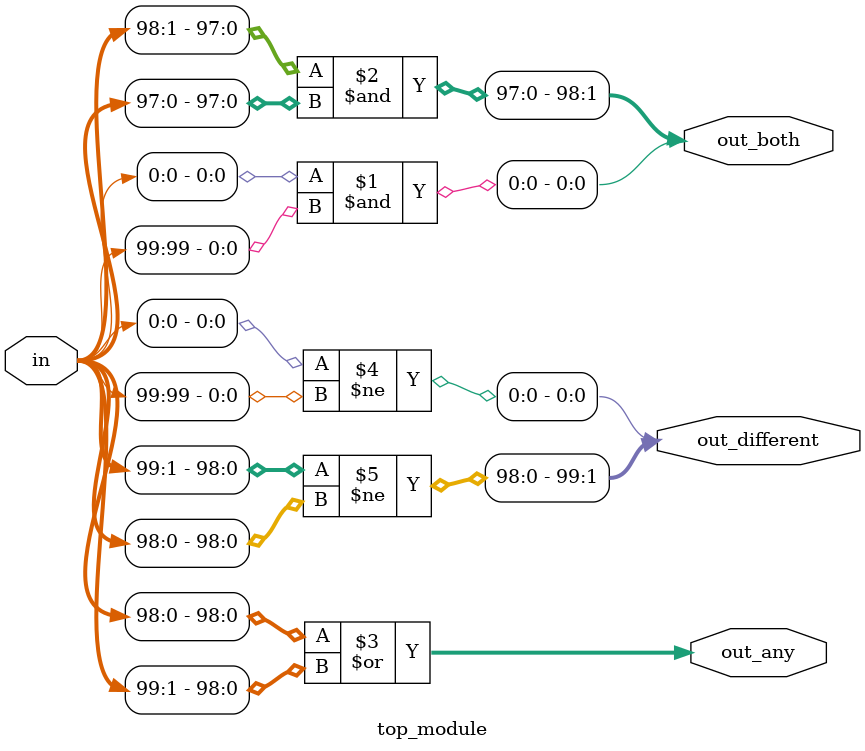
<source format=sv>
module top_module (
    input [99:0] in,
    output [98:0] out_both,
    output [99:1] out_any,
    output [99:0] out_different
);

// Assignments for out_both
assign out_both[0] = in[0] & in[99];
assign out_both[1:98] = in[1:98] & in[0:97];

// Assignments for out_any
assign out_any[1:99] = in[0:98] | in[1:99];
assign out_any[0] = in[0];

// Assignments for out_different
assign out_different[0] = in[0] != in[99];
assign out_different[1:99] = in[1:99] != in[0:98];

endmodule

</source>
